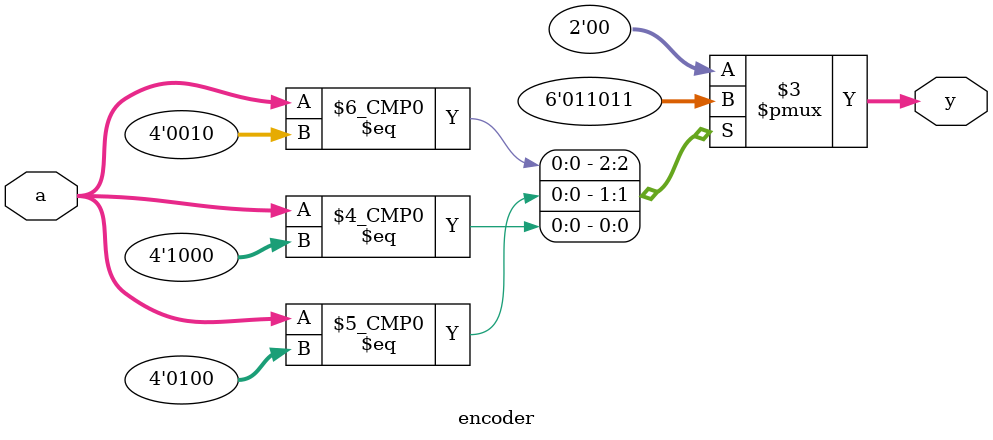
<source format=v>
module encoder(
    a,
    y
);

input [3:0] a;
output reg [1:0] y;

always@(*) begin
    case(a)
        4'b0001 : y = 2'b00;
        4'b0010 : y = 2'b01;
        4'b0100 : y = 2'b10;
        4'b1000 : y = 2'b11;
        default : y = 2'b00;
    endcase
end

endmodule
</source>
